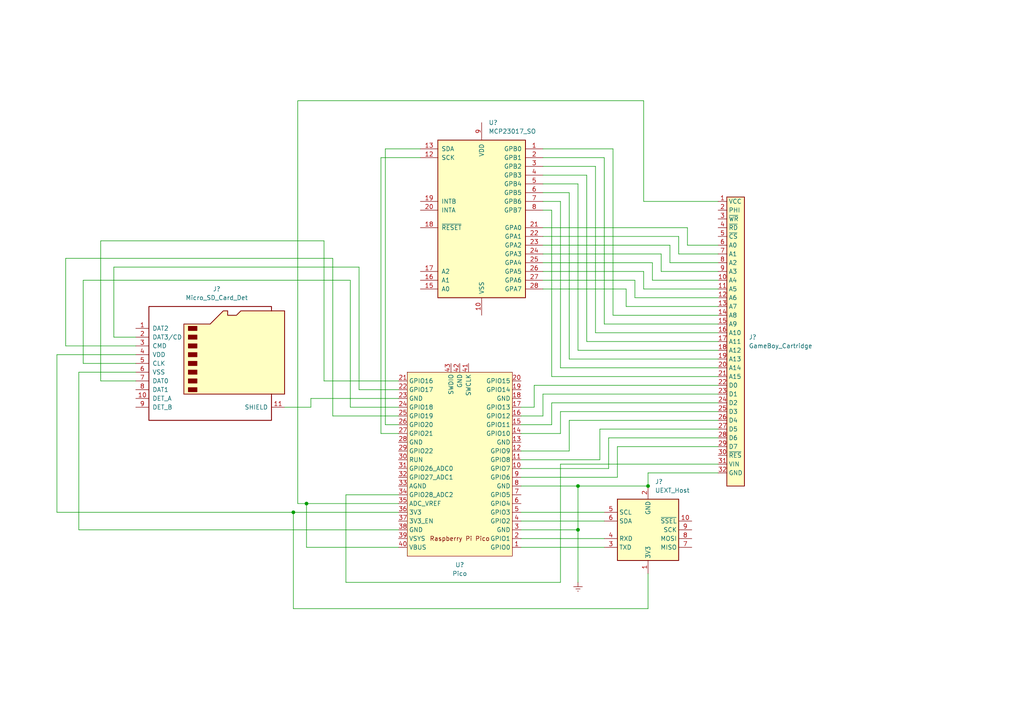
<source format=kicad_sch>
(kicad_sch (version 20211123) (generator eeschema)
  (paper "A4")
  (lib_symbols
    (symbol "Connector:Micro_SD_Card_Det" (pin_names (offset 1.016))
      (property "Reference" "J" (at -16.51 17.78 0))
      (property "Value" "Micro_SD_Card_Det" (at 16.51 17.78 0))
      (symbol "Micro_SD_Card_Det_0_1"
        (rectangle (start -7.62 -6.985) (end -5.08 -8.255) (fill (type outline)))
        (rectangle (start -7.62 -4.445) (end -5.08 -5.715) (fill (type outline)))
        (rectangle (start -7.62 -1.905) (end -5.08 -3.175) (fill (type outline)))
        (rectangle (start -7.62 0.635) (end -5.08 -0.635) (fill (type outline)))
        (rectangle (start -7.62 3.175) (end -5.08 1.905) (fill (type outline)))
        (rectangle (start -7.62 5.715) (end -5.08 4.445) (fill (type outline)))
        (rectangle (start -7.62 8.255) (end -5.08 6.985) (fill (type outline)))
        (rectangle (start -7.62 10.795) (end -5.08 9.525) (fill (type outline)))
        (polyline (pts (xy 16.51 15.24) (xy 16.51 16.51) (xy -19.05 16.51) (xy -19.05 -16.51) (xy 16.51 -16.51) (xy 16.51 -8.89)) (stroke (width 0.254)))
        (polyline (pts (xy -8.89 -8.89) (xy -8.89 11.43) (xy -1.27 11.43) (xy 2.54 15.24) (xy 3.81 15.24) (xy 3.81 13.97) (xy 6.35 13.97) (xy 7.62 15.24) (xy 20.32 15.24) (xy 20.32 -8.89) (xy -8.89 -8.89)) (stroke (width 0.254)) (fill (type background)))
      )
      (symbol "Micro_SD_Card_Det_1_1"
        (pin bidirectional line (at -22.86 10.16 0) (length 3.81) (name "DAT2") (number "1"))
        (pin passive line (at -22.86 -10.16 0) (length 3.81) (name "DET_A") (number "10"))
        (pin passive line (at 20.32 -12.7 180) (length 3.81) (name "SHIELD") (number "11"))
        (pin bidirectional line (at -22.86 7.62 0) (length 3.81) (name "DAT3/CD") (number "2"))
        (pin input line (at -22.86 5.08 0) (length 3.81) (name "CMD") (number "3"))
        (pin power_in line (at -22.86 2.54 0) (length 3.81) (name "VDD") (number "4"))
        (pin input line (at -22.86 0 0) (length 3.81) (name "CLK") (number "5"))
        (pin power_in line (at -22.86 -2.54 0) (length 3.81) (name "VSS") (number "6"))
        (pin bidirectional line (at -22.86 -5.08 0) (length 3.81) (name "DAT0") (number "7"))
        (pin bidirectional line (at -22.86 -7.62 0) (length 3.81) (name "DAT1") (number "8"))
        (pin passive line (at -22.86 -12.7 0) (length 3.81) (name "DET_B") (number "9"))
      )
    )
    (symbol "Connector:UEXT_Host"
      (property "Reference" "J" (at 5.08 10.16 0))
      (property "Value" "UEXT_Host" (at 6.35 -10.16 0))
      (symbol "UEXT_Host_1_1"
        (rectangle (start -8.89 8.89) (end 8.89 -8.89) (stroke (width 0.254)) (fill (type background)))
        (pin power_in line (at 0 12.7 270) (length 3.81) (name "3V3") (number "1"))
        (pin output line (at 12.7 -2.54 180) (length 3.81) (name "~{SSEL}") (number "10"))
        (pin power_in line (at 0 -12.7 90) (length 3.81) (name "GND") (number "2"))
        (pin output line (at -12.7 5.08 0) (length 3.81) (name "TXD") (number "3"))
        (pin input line (at -12.7 2.54 0) (length 3.81) (name "RXD") (number "4"))
        (pin output line (at -12.7 -5.08 0) (length 3.81) (name "SCL") (number "5"))
        (pin bidirectional line (at -12.7 -2.54 0) (length 3.81) (name "SDA") (number "6"))
        (pin output line (at 12.7 5.08 180) (length 3.81) (name "MISO") (number "7"))
        (pin input line (at 12.7 2.54 180) (length 3.81) (name "MOSI") (number "8"))
        (pin output line (at 12.7 0 180) (length 3.81) (name "SCK") (number "9"))
      )
    )
    (symbol "Gekkio_Connector_Specialized:GameBoy_Cartridge"
      (property "Reference" "J" (at 0 43.18 0))
      (property "Value" "GameBoy_Cartridge" (at 0 -43.18 0))
      (symbol "GameBoy_Cartridge_0_1"
        (rectangle (start -2.54 41.91) (end 2.54 -41.91) (stroke (width 0.254)) (fill (type background)))
      )
      (symbol "GameBoy_Cartridge_1_1"
        (pin passive line (at -5.08 40.64 0) (length 2.54) (name "VCC") (number "1"))
        (pin passive line (at -5.08 17.78 0) (length 2.54) (name "A4") (number "10"))
        (pin passive line (at -5.08 15.24 0) (length 2.54) (name "A5") (number "11"))
        (pin passive line (at -5.08 12.7 0) (length 2.54) (name "A6") (number "12"))
        (pin passive line (at -5.08 10.16 0) (length 2.54) (name "A7") (number "13"))
        (pin passive line (at -5.08 7.62 0) (length 2.54) (name "A8") (number "14"))
        (pin passive line (at -5.08 5.08 0) (length 2.54) (name "A9") (number "15"))
        (pin passive line (at -5.08 2.54 0) (length 2.54) (name "A10") (number "16"))
        (pin passive line (at -5.08 0 0) (length 2.54) (name "A11") (number "17"))
        (pin passive line (at -5.08 -2.54 0) (length 2.54) (name "A12") (number "18"))
        (pin passive line (at -5.08 -5.08 0) (length 2.54) (name "A13") (number "19"))
        (pin passive line (at -5.08 38.1 0) (length 2.54) (name "PHI") (number "2"))
        (pin passive line (at -5.08 -7.62 0) (length 2.54) (name "A14") (number "20"))
        (pin passive line (at -5.08 -10.16 0) (length 2.54) (name "A15") (number "21"))
        (pin passive line (at -5.08 -12.7 0) (length 2.54) (name "D0") (number "22"))
        (pin passive line (at -5.08 -15.24 0) (length 2.54) (name "D1") (number "23"))
        (pin passive line (at -5.08 -17.78 0) (length 2.54) (name "D2") (number "24"))
        (pin passive line (at -5.08 -20.32 0) (length 2.54) (name "D3") (number "25"))
        (pin passive line (at -5.08 -22.86 0) (length 2.54) (name "D4") (number "26"))
        (pin passive line (at -5.08 -25.4 0) (length 2.54) (name "D5") (number "27"))
        (pin passive line (at -5.08 -27.94 0) (length 2.54) (name "D6") (number "28"))
        (pin passive line (at -5.08 -30.48 0) (length 2.54) (name "D7") (number "29"))
        (pin passive line (at -5.08 35.56 0) (length 2.54) (name "~{WR}") (number "3"))
        (pin passive line (at -5.08 -33.02 0) (length 2.54) (name "~{RES}") (number "30"))
        (pin passive line (at -5.08 -35.56 0) (length 2.54) (name "VIN") (number "31"))
        (pin passive line (at -5.08 -38.1 0) (length 2.54) (name "GND") (number "32"))
        (pin passive line (at -5.08 33.02 0) (length 2.54) (name "~{RD}") (number "4"))
        (pin passive line (at -5.08 30.48 0) (length 2.54) (name "~{CS}") (number "5"))
        (pin passive line (at -5.08 27.94 0) (length 2.54) (name "A0") (number "6"))
        (pin passive line (at -5.08 25.4 0) (length 2.54) (name "A1") (number "7"))
        (pin passive line (at -5.08 22.86 0) (length 2.54) (name "A2") (number "8"))
        (pin passive line (at -5.08 20.32 0) (length 2.54) (name "A3") (number "9"))
      )
    )
    (symbol "Interface_Expansion:MCP23017_SO" (pin_names (offset 1.016))
      (property "Reference" "U" (at -11.43 24.13 0))
      (property "Value" "MCP23017_SO" (at 0 0 0))
      (symbol "MCP23017_SO_0_1"
        (rectangle (start -12.7 22.86) (end 12.7 -22.86) (stroke (width 0.254)) (fill (type background)))
      )
      (symbol "MCP23017_SO_1_1"
        (pin bidirectional line (at 17.78 20.32 180) (length 5.08) (name "GPB0") (number "1"))
        (pin power_in line (at 0 -27.94 90) (length 5.08) (name "VSS") (number "10"))
        (pin no_connect line (at -12.7 15.24 0) (length 5.08) hide (name "NC") (number "11"))
        (pin input line (at -17.78 17.78 0) (length 5.08) (name "SCK") (number "12"))
        (pin bidirectional line (at -17.78 20.32 0) (length 5.08) (name "SDA") (number "13"))
        (pin no_connect line (at -12.7 12.7 0) (length 5.08) hide (name "NC") (number "14"))
        (pin input line (at -17.78 -20.32 0) (length 5.08) (name "A0") (number "15"))
        (pin input line (at -17.78 -17.78 0) (length 5.08) (name "A1") (number "16"))
        (pin input line (at -17.78 -15.24 0) (length 5.08) (name "A2") (number "17"))
        (pin input line (at -17.78 -2.54 0) (length 5.08) (name "~{RESET}") (number "18"))
        (pin tri_state line (at -17.78 5.08 0) (length 5.08) (name "INTB") (number "19"))
        (pin bidirectional line (at 17.78 17.78 180) (length 5.08) (name "GPB1") (number "2"))
        (pin tri_state line (at -17.78 2.54 0) (length 5.08) (name "INTA") (number "20"))
        (pin bidirectional line (at 17.78 -2.54 180) (length 5.08) (name "GPA0") (number "21"))
        (pin bidirectional line (at 17.78 -5.08 180) (length 5.08) (name "GPA1") (number "22"))
        (pin bidirectional line (at 17.78 -7.62 180) (length 5.08) (name "GPA2") (number "23"))
        (pin bidirectional line (at 17.78 -10.16 180) (length 5.08) (name "GPA3") (number "24"))
        (pin bidirectional line (at 17.78 -12.7 180) (length 5.08) (name "GPA4") (number "25"))
        (pin bidirectional line (at 17.78 -15.24 180) (length 5.08) (name "GPA5") (number "26"))
        (pin bidirectional line (at 17.78 -17.78 180) (length 5.08) (name "GPA6") (number "27"))
        (pin bidirectional line (at 17.78 -20.32 180) (length 5.08) (name "GPA7") (number "28"))
        (pin bidirectional line (at 17.78 15.24 180) (length 5.08) (name "GPB2") (number "3"))
        (pin bidirectional line (at 17.78 12.7 180) (length 5.08) (name "GPB3") (number "4"))
        (pin bidirectional line (at 17.78 10.16 180) (length 5.08) (name "GPB4") (number "5"))
        (pin bidirectional line (at 17.78 7.62 180) (length 5.08) (name "GPB5") (number "6"))
        (pin bidirectional line (at 17.78 5.08 180) (length 5.08) (name "GPB6") (number "7"))
        (pin bidirectional line (at 17.78 2.54 180) (length 5.08) (name "GPB7") (number "8"))
        (pin power_in line (at 0 27.94 270) (length 5.08) (name "VDD") (number "9"))
      )
    )
    (symbol "MCU_RaspberryPi_and_Boards:Pico"
      (property "Reference" "U" (at -13.97 27.94 0))
      (property "Value" "Pico" (at 0 19.05 0))
      (symbol "Pico_0_0"
        (text "Raspberry Pi Pico" (at 0 21.59 0) (effects (font (size 1.27 1.27))))
      )
      (symbol "Pico_0_1"
        (rectangle (start -15.24 26.67) (end 15.24 -26.67) (fill (type background)))
      )
      (symbol "Pico_1_1"
        (pin bidirectional line (at -17.78 24.13 0) (length 2.54) (name "GPIO0") (number "1"))
        (pin bidirectional line (at -17.78 1.27 0) (length 2.54) (name "GPIO7") (number "10"))
        (pin bidirectional line (at -17.78 -1.27 0) (length 2.54) (name "GPIO8") (number "11"))
        (pin bidirectional line (at -17.78 -3.81 0) (length 2.54) (name "GPIO9") (number "12"))
        (pin power_in line (at -17.78 -6.35 0) (length 2.54) (name "GND") (number "13"))
        (pin bidirectional line (at -17.78 -8.89 0) (length 2.54) (name "GPIO10") (number "14"))
        (pin bidirectional line (at -17.78 -11.43 0) (length 2.54) (name "GPIO11") (number "15"))
        (pin bidirectional line (at -17.78 -13.97 0) (length 2.54) (name "GPIO12") (number "16"))
        (pin bidirectional line (at -17.78 -16.51 0) (length 2.54) (name "GPIO13") (number "17"))
        (pin power_in line (at -17.78 -19.05 0) (length 2.54) (name "GND") (number "18"))
        (pin bidirectional line (at -17.78 -21.59 0) (length 2.54) (name "GPIO14") (number "19"))
        (pin bidirectional line (at -17.78 21.59 0) (length 2.54) (name "GPIO1") (number "2"))
        (pin bidirectional line (at -17.78 -24.13 0) (length 2.54) (name "GPIO15") (number "20"))
        (pin bidirectional line (at 17.78 -24.13 180) (length 2.54) (name "GPIO16") (number "21"))
        (pin bidirectional line (at 17.78 -21.59 180) (length 2.54) (name "GPIO17") (number "22"))
        (pin power_in line (at 17.78 -19.05 180) (length 2.54) (name "GND") (number "23"))
        (pin bidirectional line (at 17.78 -16.51 180) (length 2.54) (name "GPIO18") (number "24"))
        (pin bidirectional line (at 17.78 -13.97 180) (length 2.54) (name "GPIO19") (number "25"))
        (pin bidirectional line (at 17.78 -11.43 180) (length 2.54) (name "GPIO20") (number "26"))
        (pin bidirectional line (at 17.78 -8.89 180) (length 2.54) (name "GPIO21") (number "27"))
        (pin power_in line (at 17.78 -6.35 180) (length 2.54) (name "GND") (number "28"))
        (pin bidirectional line (at 17.78 -3.81 180) (length 2.54) (name "GPIO22") (number "29"))
        (pin power_in line (at -17.78 19.05 0) (length 2.54) (name "GND") (number "3"))
        (pin input line (at 17.78 -1.27 180) (length 2.54) (name "RUN") (number "30"))
        (pin bidirectional line (at 17.78 1.27 180) (length 2.54) (name "GPIO26_ADC0") (number "31"))
        (pin bidirectional line (at 17.78 3.81 180) (length 2.54) (name "GPIO27_ADC1") (number "32"))
        (pin power_in line (at 17.78 6.35 180) (length 2.54) (name "AGND") (number "33"))
        (pin bidirectional line (at 17.78 8.89 180) (length 2.54) (name "GPIO28_ADC2") (number "34"))
        (pin power_in line (at 17.78 11.43 180) (length 2.54) (name "ADC_VREF") (number "35"))
        (pin power_in line (at 17.78 13.97 180) (length 2.54) (name "3V3") (number "36"))
        (pin input line (at 17.78 16.51 180) (length 2.54) (name "3V3_EN") (number "37"))
        (pin bidirectional line (at 17.78 19.05 180) (length 2.54) (name "GND") (number "38"))
        (pin power_in line (at 17.78 21.59 180) (length 2.54) (name "VSYS") (number "39"))
        (pin bidirectional line (at -17.78 16.51 0) (length 2.54) (name "GPIO2") (number "4"))
        (pin power_in line (at 17.78 24.13 180) (length 2.54) (name "VBUS") (number "40"))
        (pin input line (at -2.54 -29.21 90) (length 2.54) (name "SWCLK") (number "41"))
        (pin power_in line (at 0 -29.21 90) (length 2.54) (name "GND") (number "42"))
        (pin bidirectional line (at 2.54 -29.21 90) (length 2.54) (name "SWDIO") (number "43"))
        (pin bidirectional line (at -17.78 13.97 0) (length 2.54) (name "GPIO3") (number "5"))
        (pin bidirectional line (at -17.78 11.43 0) (length 2.54) (name "GPIO4") (number "6"))
        (pin bidirectional line (at -17.78 8.89 0) (length 2.54) (name "GPIO5") (number "7"))
        (pin power_in line (at -17.78 6.35 0) (length 2.54) (name "GND") (number "8"))
        (pin bidirectional line (at -17.78 3.81 0) (length 2.54) (name "GPIO6") (number "9"))
      )
    )
    (symbol "power:Earth" (power) (pin_names (offset 0))
      (symbol "Earth_0_1"
        (polyline (pts (xy -0.635 -1.905) (xy 0.635 -1.905)))
        (polyline (pts (xy -0.127 -2.54) (xy 0.127 -2.54)))
        (polyline (pts (xy 0 -1.27) (xy 0 0)))
        (polyline (pts (xy 1.27 -1.27) (xy -1.27 -1.27)))
      )
      (symbol "Earth_1_1"
        (pin power_in line (at 0 0 270) (length 0) hide (name "Earth") (number "1"))
      )
    )
  )
  (junction (at 88.9 146.05))
  (junction (at 167.64 153.67))
  (junction (at 85.09 148.59))
  (junction (at 167.64 140.97))
  (junction (at 187.96 140.97))
  (wire (pts (xy 208.28 116.84) (xy 160.02 116.84)))
  (wire (pts (xy 22.86 153.67) (xy 115.57 153.67)))
  (wire (pts (xy 208.28 99.06) (xy 170.18 99.06)))
  (wire (pts (xy 88.9 146.05) (xy 88.9 158.75)))
  (wire (pts (xy 24.13 105.41) (xy 24.13 81.28)))
  (wire (pts (xy 19.05 100.33) (xy 19.05 74.93)))
  (wire (pts (xy 208.28 127) (xy 176.53 127)))
  (wire (pts (xy 184.15 81.28) (xy 157.48 81.28)))
  (wire (pts (xy 165.1 55.88) (xy 157.48 55.88)))
  (wire (pts (xy 33.02 97.79) (xy 33.02 77.47)))
  (wire (pts (xy 39.37 107.95) (xy 22.86 107.95)))
  (wire (pts (xy 194.31 71.12) (xy 157.48 71.12)))
  (wire (pts (xy 160.02 123.19) (xy 151.13 123.19)))
  (wire (pts (xy 22.86 107.95) (xy 22.86 153.67)))
  (wire (pts (xy 19.05 74.93) (xy 96.52 74.93)))
  (wire (pts (xy 196.85 73.66) (xy 196.85 68.58)))
  (wire (pts (xy 160.02 116.84) (xy 160.02 123.19)))
  (wire (pts (xy 208.28 106.68) (xy 162.56 106.68)))
  (wire (pts (xy 85.09 148.59) (xy 115.57 148.59)))
  (wire (pts (xy 151.13 120.65) (xy 157.48 120.65)))
  (wire (pts (xy 208.28 134.62) (xy 162.56 134.62)))
  (wire (pts (xy 189.23 76.2) (xy 157.48 76.2)))
  (wire (pts (xy 101.6 81.28) (xy 101.6 118.11)))
  (wire (pts (xy 96.52 120.65) (xy 115.57 120.65)))
  (wire (pts (xy 165.1 130.81) (xy 151.13 130.81)))
  (wire (pts (xy 208.28 137.16) (xy 187.96 137.16)))
  (wire (pts (xy 39.37 100.33) (xy 19.05 100.33)))
  (wire (pts (xy 82.55 118.11) (xy 90.17 118.11)))
  (wire (pts (xy 29.21 110.49) (xy 29.21 69.85)))
  (wire (pts (xy 151.13 133.35) (xy 173.99 133.35)))
  (wire (pts (xy 151.13 153.67) (xy 167.64 153.67)))
  (wire (pts (xy 111.76 123.19) (xy 115.57 123.19)))
  (wire (pts (xy 96.52 74.93) (xy 96.52 120.65)))
  (wire (pts (xy 176.53 135.89) (xy 151.13 135.89)))
  (wire (pts (xy 208.28 73.66) (xy 196.85 73.66)))
  (wire (pts (xy 208.28 93.98) (xy 175.26 93.98)))
  (wire (pts (xy 151.13 156.21) (xy 175.26 156.21)))
  (wire (pts (xy 176.53 127) (xy 176.53 135.89)))
  (wire (pts (xy 157.48 114.3) (xy 157.48 120.65)))
  (wire (pts (xy 172.72 48.26) (xy 157.48 48.26)))
  (wire (pts (xy 208.28 104.14) (xy 165.1 104.14)))
  (wire (pts (xy 104.14 113.03) (xy 115.57 113.03)))
  (wire (pts (xy 151.13 158.75) (xy 175.26 158.75)))
  (wire (pts (xy 208.28 86.36) (xy 184.15 86.36)))
  (wire (pts (xy 100.33 143.51) (xy 115.57 143.51)))
  (wire (pts (xy 208.28 124.46) (xy 173.99 124.46)))
  (wire (pts (xy 162.56 125.73) (xy 151.13 125.73)))
  (wire (pts (xy 181.61 88.9) (xy 181.61 83.82)))
  (wire (pts (xy 173.99 124.46) (xy 173.99 133.35)))
  (wire (pts (xy 177.8 43.18) (xy 157.48 43.18)))
  (wire (pts (xy 208.28 83.82) (xy 186.69 83.82)))
  (wire (pts (xy 189.23 81.28) (xy 189.23 76.2)))
  (wire (pts (xy 199.39 71.12) (xy 199.39 66.04)))
  (wire (pts (xy 208.28 114.3) (xy 157.48 114.3)))
  (wire (pts (xy 167.64 168.91) (xy 167.64 153.67)))
  (wire (pts (xy 179.07 138.43) (xy 151.13 138.43)))
  (wire (pts (xy 154.94 118.11) (xy 151.13 118.11)))
  (wire (pts (xy 111.76 43.18) (xy 121.92 43.18)))
  (wire (pts (xy 172.72 96.52) (xy 172.72 48.26)))
  (wire (pts (xy 208.28 76.2) (xy 194.31 76.2)))
  (wire (pts (xy 208.28 96.52) (xy 172.72 96.52)))
  (wire (pts (xy 184.15 86.36) (xy 184.15 81.28)))
  (wire (pts (xy 110.49 45.72) (xy 110.49 125.73)))
  (wire (pts (xy 154.94 111.76) (xy 154.94 118.11)))
  (wire (pts (xy 208.28 121.92) (xy 165.1 121.92)))
  (wire (pts (xy 39.37 102.87) (xy 16.51 102.87)))
  (wire (pts (xy 208.28 129.54) (xy 179.07 129.54)))
  (wire (pts (xy 191.77 73.66) (xy 157.48 73.66)))
  (wire (pts (xy 90.17 118.11) (xy 90.17 115.57)))
  (wire (pts (xy 162.56 58.42) (xy 157.48 58.42)))
  (wire (pts (xy 162.56 119.38) (xy 162.56 125.73)))
  (wire (pts (xy 208.28 78.74) (xy 191.77 78.74)))
  (wire (pts (xy 170.18 99.06) (xy 170.18 50.8)))
  (wire (pts (xy 16.51 148.59) (xy 85.09 148.59)))
  (wire (pts (xy 208.28 109.22) (xy 160.02 109.22)))
  (wire (pts (xy 29.21 69.85) (xy 93.98 69.85)))
  (wire (pts (xy 208.28 81.28) (xy 189.23 81.28)))
  (wire (pts (xy 86.36 29.21) (xy 86.36 146.05)))
  (wire (pts (xy 160.02 109.22) (xy 160.02 60.96)))
  (wire (pts (xy 208.28 91.44) (xy 177.8 91.44)))
  (wire (pts (xy 151.13 151.13) (xy 175.26 151.13)))
  (wire (pts (xy 187.96 176.53) (xy 85.09 176.53)))
  (wire (pts (xy 187.96 166.37) (xy 187.96 176.53)))
  (wire (pts (xy 85.09 176.53) (xy 85.09 148.59)))
  (wire (pts (xy 167.64 140.97) (xy 187.96 140.97)))
  (wire (pts (xy 104.14 77.47) (xy 104.14 113.03)))
  (wire (pts (xy 208.28 111.76) (xy 154.94 111.76)))
  (wire (pts (xy 162.56 168.91) (xy 100.33 168.91)))
  (wire (pts (xy 160.02 60.96) (xy 157.48 60.96)))
  (wire (pts (xy 39.37 105.41) (xy 24.13 105.41)))
  (wire (pts (xy 86.36 146.05) (xy 88.9 146.05)))
  (wire (pts (xy 93.98 110.49) (xy 115.57 110.49)))
  (wire (pts (xy 196.85 68.58) (xy 157.48 68.58)))
  (wire (pts (xy 186.69 78.74) (xy 157.48 78.74)))
  (wire (pts (xy 162.56 134.62) (xy 162.56 168.91)))
  (wire (pts (xy 208.28 101.6) (xy 167.64 101.6)))
  (wire (pts (xy 199.39 66.04) (xy 157.48 66.04)))
  (wire (pts (xy 187.96 137.16) (xy 187.96 140.97)))
  (wire (pts (xy 93.98 69.85) (xy 93.98 110.49)))
  (wire (pts (xy 88.9 146.05) (xy 115.57 146.05)))
  (wire (pts (xy 167.64 153.67) (xy 167.64 140.97)))
  (wire (pts (xy 24.13 81.28) (xy 101.6 81.28)))
  (wire (pts (xy 115.57 158.75) (xy 88.9 158.75)))
  (wire (pts (xy 191.77 78.74) (xy 191.77 73.66)))
  (wire (pts (xy 194.31 76.2) (xy 194.31 71.12)))
  (wire (pts (xy 177.8 91.44) (xy 177.8 43.18)))
  (wire (pts (xy 111.76 43.18) (xy 111.76 123.19)))
  (wire (pts (xy 165.1 121.92) (xy 165.1 130.81)))
  (wire (pts (xy 175.26 45.72) (xy 157.48 45.72)))
  (wire (pts (xy 208.28 88.9) (xy 181.61 88.9)))
  (wire (pts (xy 121.92 45.72) (xy 110.49 45.72)))
  (wire (pts (xy 181.61 83.82) (xy 157.48 83.82)))
  (wire (pts (xy 208.28 58.42) (xy 186.69 58.42)))
  (wire (pts (xy 110.49 125.73) (xy 115.57 125.73)))
  (wire (pts (xy 208.28 71.12) (xy 199.39 71.12)))
  (wire (pts (xy 167.64 53.34) (xy 157.48 53.34)))
  (wire (pts (xy 162.56 106.68) (xy 162.56 58.42)))
  (wire (pts (xy 175.26 93.98) (xy 175.26 45.72)))
  (wire (pts (xy 170.18 50.8) (xy 157.48 50.8)))
  (wire (pts (xy 151.13 140.97) (xy 167.64 140.97)))
  (wire (pts (xy 208.28 119.38) (xy 162.56 119.38)))
  (wire (pts (xy 39.37 110.49) (xy 29.21 110.49)))
  (wire (pts (xy 151.13 148.59) (xy 175.26 148.59)))
  (wire (pts (xy 33.02 77.47) (xy 104.14 77.47)))
  (wire (pts (xy 39.37 97.79) (xy 33.02 97.79)))
  (wire (pts (xy 186.69 83.82) (xy 186.69 78.74)))
  (wire (pts (xy 167.64 101.6) (xy 167.64 53.34)))
  (wire (pts (xy 186.69 29.21) (xy 86.36 29.21)))
  (wire (pts (xy 16.51 102.87) (xy 16.51 148.59)))
  (wire (pts (xy 90.17 115.57) (xy 115.57 115.57)))
  (wire (pts (xy 179.07 129.54) (xy 179.07 138.43)))
  (wire (pts (xy 165.1 104.14) (xy 165.1 55.88)))
  (wire (pts (xy 186.69 58.42) (xy 186.69 29.21)))
  (wire (pts (xy 101.6 118.11) (xy 115.57 118.11)))
  (wire (pts (xy 100.33 168.91) (xy 100.33 143.51)))
  (symbol (lib_id "Connector:UEXT_Host") (at 187.96 153.67 0) (mirror x) (unit 1)
    (property "Reference" "J?" (at 189.9794 139.7 0) (effects (justify left)))
    (property "Value" "UEXT_Host" (at 189.9794 142.24 0) (effects (justify left)))
    (property "Datasheet" "https://www.olimex.com/Products/Modules/UEXT/resources/UEXT_rev_B.pdf" (effects hide))
  )
  (symbol (lib_id "Gekkio_Connector_Specialized:GameBoy_Cartridge") (at 213.36 99.06 0) (unit 1)
    (property "Reference" "J?" (at 217.17 97.7899 0) (effects (justify left)))
    (property "Value" "GameBoy_Cartridge" (at 217.17 100.3299 0) (effects (justify left)))
  )
  (symbol (lib_id "power:Earth") (at 167.64 168.91 0) (unit 1)
    (property "Reference" "#PWR?" (effects hide))
    (property "Value" "Earth" (effects hide))
  )
  (symbol (lib_id "MCU_RaspberryPi_and_Boards:Pico") (at 133.35 134.62 180) (unit 1)
    (property "Reference" "U?" (at 133.35 163.83 0))
    (property "Value" "Pico" (at 133.35 166.37 0))
    (property "Footprint" "RPi_Pico:RPi_Pico_SMD_TH" (effects hide))
  )
  (symbol (lib_id "Interface_Expansion:MCP23017_SO") (at 139.7 63.5 0) (unit 1)
    (property "Reference" "U?" (at 141.7194 35.56 0) (effects (justify left)))
    (property "Value" "MCP23017_SO" (at 141.7194 38.1 0) (effects (justify left)))
    (property "Footprint" "Package_SO:SOIC-28W_7.5x17.9mm_P1.27mm" (effects hide))
    (property "Datasheet" "http://ww1.microchip.com/downloads/en/DeviceDoc/20001952C.pdf" (effects hide))
  )
  (symbol (lib_id "Connector:Micro_SD_Card_Det") (at 62.23 105.41 0) (unit 1)
    (property "Reference" "J?" (at 62.865 83.82 0))
    (property "Value" "Micro_SD_Card_Det" (at 62.865 86.36 0))
    (property "Datasheet" "https://www.hirose.com/product/en/download_file/key_name/DM3/category/Catalog/doc_file_id/49662/?file_category_id=4&item_id=195&is_series=1" (effects hide))
  )
)
</source>
